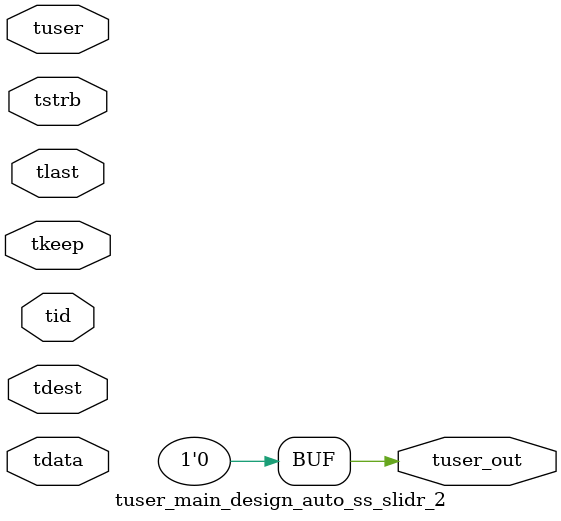
<source format=v>


`timescale 1ps/1ps

module tuser_main_design_auto_ss_slidr_2 #
(
parameter C_S_AXIS_TUSER_WIDTH = 1,
parameter C_S_AXIS_TDATA_WIDTH = 32,
parameter C_S_AXIS_TID_WIDTH   = 0,
parameter C_S_AXIS_TDEST_WIDTH = 0,
parameter C_M_AXIS_TUSER_WIDTH = 1
)
(
input  [(C_S_AXIS_TUSER_WIDTH == 0 ? 1 : C_S_AXIS_TUSER_WIDTH)-1:0     ] tuser,
input  [(C_S_AXIS_TDATA_WIDTH == 0 ? 1 : C_S_AXIS_TDATA_WIDTH)-1:0     ] tdata,
input  [(C_S_AXIS_TID_WIDTH   == 0 ? 1 : C_S_AXIS_TID_WIDTH)-1:0       ] tid,
input  [(C_S_AXIS_TDEST_WIDTH == 0 ? 1 : C_S_AXIS_TDEST_WIDTH)-1:0     ] tdest,
input  [(C_S_AXIS_TDATA_WIDTH/8)-1:0 ] tkeep,
input  [(C_S_AXIS_TDATA_WIDTH/8)-1:0 ] tstrb,
input                                                                    tlast,
output [C_M_AXIS_TUSER_WIDTH-1:0] tuser_out
);

assign tuser_out = {1'b0};

endmodule


</source>
